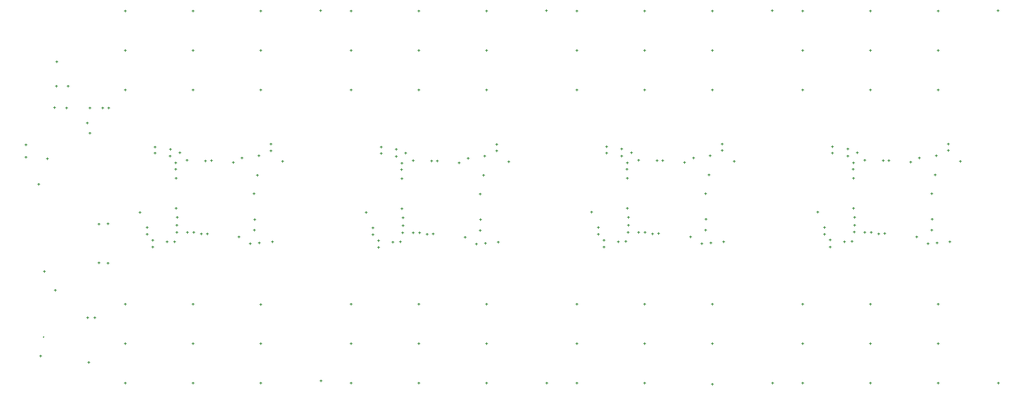
<source format=gko>
G04*
G04 #@! TF.GenerationSoftware,Altium Limited,Altium Designer,18.1.7 (191)*
G04*
G04 Layer_Color=16711935*
%FSLAX25Y25*%
%MOIN*%
G70*
G01*
G75*
%ADD10C,0.00787*%
%ADD16C,0.00500*%
D10*
X52025Y93202D02*
G03*
X52025Y93202I-394J0D01*
G01*
D16*
X102926Y296599D02*
X104926D01*
X103926Y295599D02*
Y297599D01*
X742376Y184619D02*
X744376D01*
X743376Y183619D02*
Y185619D01*
X542076Y184604D02*
X544076D01*
X543076Y183604D02*
Y185604D01*
X343386Y183259D02*
Y185259D01*
X342386Y184259D02*
X344386D01*
X46306Y228669D02*
X48306D01*
X47306Y227669D02*
Y229669D01*
X62356Y337549D02*
X64356D01*
X63356Y336549D02*
Y338549D01*
X124009Y381418D02*
Y383418D01*
X123009Y382418D02*
X125009D01*
X826546Y252185D02*
X828546D01*
X827546Y251185D02*
Y253185D01*
X862583Y249129D02*
X864583D01*
X863583Y248129D02*
Y250129D01*
X795312Y248687D02*
Y250687D01*
X794312Y249687D02*
X796312D01*
X784746Y185273D02*
Y187273D01*
X783746Y186273D02*
X785746D01*
X837246Y220429D02*
X839246D01*
X838246Y219429D02*
Y221429D01*
X824946Y181273D02*
Y183273D01*
X823946Y182273D02*
X825946D01*
X837696Y197720D02*
X839696D01*
X838696Y196720D02*
Y198720D01*
X819746Y247329D02*
Y249329D01*
X818746Y248329D02*
X820746D01*
X800346Y248829D02*
Y250829D01*
X799346Y249829D02*
X801346D01*
X778946Y249129D02*
Y251129D01*
X777946Y250129D02*
X779946D01*
X768146Y234129D02*
X770146D01*
X769146Y233129D02*
Y235129D01*
X768146Y207629D02*
X770146D01*
X769146Y206629D02*
Y208629D01*
X779046Y185229D02*
Y187229D01*
X778046Y186229D02*
X780046D01*
X791346Y183929D02*
Y185929D01*
X790346Y184929D02*
X792346D01*
X747390Y173229D02*
X749390D01*
X748390Y172229D02*
Y174229D01*
X834946Y175273D02*
Y177273D01*
X833946Y176273D02*
X835946D01*
X768846Y186329D02*
X770846D01*
X769846Y185329D02*
Y187329D01*
X768946Y192429D02*
X770946D01*
X769946Y191429D02*
Y193429D01*
X767946Y247829D02*
X769946D01*
X768946Y246829D02*
Y248829D01*
X767846Y242129D02*
X769846D01*
X768846Y241129D02*
Y243129D01*
X747346Y179329D02*
X749346D01*
X748346Y178329D02*
Y180329D01*
X841346Y254229D02*
X843346D01*
X842346Y253229D02*
Y255229D01*
X837446Y188229D02*
X839446D01*
X838446Y187229D02*
Y189229D01*
X842946Y175773D02*
Y177773D01*
X841946Y176773D02*
X843946D01*
X795746Y185029D02*
X797746D01*
X796746Y184029D02*
Y186029D01*
X767746Y177029D02*
Y179029D01*
X766746Y178029D02*
X768746D01*
X769046Y199629D02*
X771046D01*
X770046Y198629D02*
Y200629D01*
X841246Y236029D02*
Y238029D01*
X840246Y237029D02*
X842246D01*
X761146Y176929D02*
Y178929D01*
X760146Y177929D02*
X762146D01*
X763946Y252829D02*
Y254829D01*
X762946Y253829D02*
X764946D01*
X853146Y257729D02*
Y259729D01*
X852146Y258729D02*
X854146D01*
X772528Y255797D02*
Y257797D01*
X771528Y256797D02*
X773528D01*
X854446Y176829D02*
Y178829D01*
X853446Y177829D02*
X855446D01*
X763046Y260029D02*
X765046D01*
X764046Y259029D02*
Y261029D01*
X749546Y262029D02*
X751546D01*
X750546Y261029D02*
Y263029D01*
X852146Y264529D02*
X854146D01*
X853146Y263529D02*
Y265529D01*
X749546Y256529D02*
X751546D01*
X750546Y255529D02*
Y257529D01*
X543076Y189534D02*
Y191534D01*
X542076Y190534D02*
X544076D01*
X536946Y203070D02*
Y205070D01*
X535946Y204070D02*
X537946D01*
X109516Y295569D02*
Y297569D01*
X108516Y296569D02*
X110516D01*
X91877Y296599D02*
X93877D01*
X92877Y295599D02*
Y297599D01*
X89496Y283279D02*
X91496D01*
X90496Y282279D02*
Y284279D01*
X92752Y273319D02*
Y275319D01*
X91752Y274319D02*
X93752D01*
X35898Y251973D02*
Y253973D01*
X34898Y252973D02*
X36898D01*
X124009Y311418D02*
Y313418D01*
X123009Y312418D02*
X125009D01*
X724009Y121418D02*
Y123418D01*
X723009Y122418D02*
X725009D01*
X723009D02*
X725009D01*
X724009Y121418D02*
Y123418D01*
X342386Y190189D02*
X344386D01*
X343386Y189189D02*
Y191189D01*
X347356Y178969D02*
X349356D01*
X348356Y177969D02*
Y179969D01*
X368856Y185969D02*
X370856D01*
X369856Y184969D02*
Y186969D01*
X368956Y192069D02*
X370956D01*
X369956Y191069D02*
Y193069D01*
X368156Y233769D02*
X370156D01*
X369156Y232769D02*
Y234769D01*
X367856Y241769D02*
X369856D01*
X368856Y240769D02*
Y242769D01*
X391356Y183569D02*
Y185569D01*
X390356Y184569D02*
X392356D01*
X453456Y177469D02*
X455456D01*
X454456Y176469D02*
Y178469D01*
X452156Y258369D02*
X454156D01*
X453156Y257369D02*
Y259369D01*
X452156Y264169D02*
X454156D01*
X453156Y263169D02*
Y265169D01*
X347400Y172869D02*
X349400D01*
X348400Y171869D02*
Y173869D01*
X362956Y253469D02*
X364956D01*
X363956Y252469D02*
Y254469D01*
X367756Y176669D02*
Y178669D01*
X366756Y177669D02*
X368756D01*
X368156Y207269D02*
X370156D01*
X369156Y206269D02*
Y208269D01*
X369056Y199269D02*
X371056D01*
X370056Y198269D02*
Y200269D01*
X363056Y259669D02*
X365056D01*
X364056Y258669D02*
Y260669D01*
X384756Y184913D02*
Y186913D01*
X383756Y185913D02*
X385756D01*
X400356Y248469D02*
Y250469D01*
X399356Y249469D02*
X401356D01*
X437456Y187869D02*
X439456D01*
X438456Y186869D02*
Y188869D01*
X437256Y220069D02*
X439256D01*
X438256Y219069D02*
Y221069D01*
X441356Y253869D02*
X443356D01*
X442356Y252869D02*
Y254869D01*
X367956Y247469D02*
X369956D01*
X368956Y246469D02*
Y248469D01*
X336256Y203725D02*
X338256D01*
X337256Y202725D02*
Y204725D01*
X349556Y256169D02*
X351556D01*
X350556Y255169D02*
Y257169D01*
X372538Y255437D02*
Y257437D01*
X371538Y256437D02*
X373538D01*
X396756Y183669D02*
Y185669D01*
X395756Y184669D02*
X397756D01*
X424956Y180913D02*
Y182913D01*
X423956Y181913D02*
X425956D01*
X434956Y174913D02*
Y176913D01*
X433956Y175913D02*
X435956D01*
X442956Y175413D02*
Y177413D01*
X441956Y176413D02*
X443956D01*
X441256Y235669D02*
Y237669D01*
X440256Y236669D02*
X442256D01*
X419756Y246969D02*
Y248969D01*
X418756Y247969D02*
X420756D01*
X427556Y250825D02*
Y252825D01*
X426556Y251825D02*
X428556D01*
X462593Y248769D02*
X464593D01*
X463593Y247769D02*
Y249769D01*
X349556Y261669D02*
X351556D01*
X350556Y260669D02*
Y262669D01*
X379056Y184869D02*
Y186869D01*
X378056Y185869D02*
X380056D01*
X361156Y176569D02*
Y178569D01*
X360156Y177569D02*
X362156D01*
X378956Y248769D02*
Y250769D01*
X377956Y249769D02*
X379956D01*
X395322Y248327D02*
Y250327D01*
X394322Y249327D02*
X396322D01*
X437706Y197360D02*
X439706D01*
X438706Y196360D02*
Y198360D01*
X495985Y382676D02*
X497985D01*
X496985Y381676D02*
Y383676D01*
X324009Y311418D02*
Y313418D01*
X323009Y312418D02*
X325009D01*
X724009Y311418D02*
Y313418D01*
X723009Y312418D02*
X725009D01*
X324009Y346418D02*
Y348418D01*
X323009Y347418D02*
X325009D01*
X524009Y346418D02*
Y348418D01*
X523009Y347418D02*
X525009D01*
X724009Y346418D02*
Y348418D01*
X723009Y347418D02*
X725009D01*
X324009Y381418D02*
Y383418D01*
X323009Y382418D02*
X325009D01*
X524009Y381418D02*
Y383418D01*
X523009Y382418D02*
X525009D01*
X724009Y381418D02*
Y383418D01*
X723009Y382418D02*
X725009D01*
X384009Y311418D02*
Y313418D01*
X383009Y312418D02*
X385009D01*
X584009Y311418D02*
Y313418D01*
X583009Y312418D02*
X585009D01*
X784009Y311418D02*
Y313418D01*
X783009Y312418D02*
X785009D01*
X384009Y346418D02*
Y348418D01*
X383009Y347418D02*
X385009D01*
X584009Y346418D02*
Y348418D01*
X583009Y347418D02*
X585009D01*
X784009Y346418D02*
Y348418D01*
X783009Y347418D02*
X785009D01*
X384009Y381418D02*
Y383418D01*
X383009Y382418D02*
X385009D01*
X584009Y381418D02*
Y383418D01*
X583009Y382418D02*
X585009D01*
X784009Y381418D02*
Y383418D01*
X783009Y382418D02*
X785009D01*
X444009Y311418D02*
Y313418D01*
X443009Y312418D02*
X445009D01*
X644009Y311418D02*
Y313418D01*
X643009Y312418D02*
X645009D01*
X844009Y311418D02*
Y313418D01*
X843009Y312418D02*
X845009D01*
X444009Y346418D02*
Y348418D01*
X443009Y347418D02*
X445009D01*
X644009Y346418D02*
Y348418D01*
X643009Y347418D02*
X645009D01*
X844009Y346418D02*
Y348418D01*
X843009Y347418D02*
X845009D01*
X444009Y381418D02*
Y383418D01*
X443009Y382418D02*
X445009D01*
X644009Y381418D02*
Y383418D01*
X643009Y382418D02*
X645009D01*
X844009Y381418D02*
Y383418D01*
X843009Y382418D02*
X845009D01*
X324009Y121418D02*
Y123418D01*
X323009Y122418D02*
X325009D01*
X524009Y121418D02*
Y123418D01*
X523009Y122418D02*
X525009D01*
X324009Y86418D02*
Y88418D01*
X323009Y87418D02*
X325009D01*
X524009Y86418D02*
Y88418D01*
X523009Y87418D02*
X525009D01*
X724009Y86418D02*
Y88418D01*
X723009Y87418D02*
X725009D01*
X323009Y52418D02*
X325009D01*
X324009Y51418D02*
Y53418D01*
X523009Y52418D02*
X525009D01*
X524009Y51418D02*
Y53418D01*
X723009Y52418D02*
X725009D01*
X724009Y51418D02*
Y53418D01*
X384009Y121418D02*
Y123418D01*
X383009Y122418D02*
X385009D01*
X584009Y121418D02*
Y123418D01*
X583009Y122418D02*
X585009D01*
X784009Y121418D02*
Y123418D01*
X783009Y122418D02*
X785009D01*
X384009Y86418D02*
Y88418D01*
X383009Y87418D02*
X385009D01*
X584009Y86418D02*
Y88418D01*
X583009Y87418D02*
X585009D01*
X784009Y86418D02*
Y88418D01*
X783009Y87418D02*
X785009D01*
X384009Y51418D02*
Y53418D01*
X383009Y52418D02*
X385009D01*
X584009Y51418D02*
Y53418D01*
X583009Y52418D02*
X585009D01*
X784009Y51418D02*
Y53418D01*
X783009Y52418D02*
X785009D01*
X444009Y121418D02*
Y123418D01*
X443009Y122418D02*
X445009D01*
X644009Y121418D02*
Y123418D01*
X643009Y122418D02*
X645009D01*
X844009Y121418D02*
Y123418D01*
X843009Y122418D02*
X845009D01*
X444009Y86418D02*
Y88418D01*
X443009Y87418D02*
X445009D01*
X644009Y86418D02*
Y88418D01*
X643009Y87418D02*
X645009D01*
X844009Y86418D02*
Y88418D01*
X843009Y87418D02*
X845009D01*
X444009Y51418D02*
Y53418D01*
X443009Y52418D02*
X445009D01*
X644009Y50418D02*
Y52418D01*
X643009Y51418D02*
X645009D01*
X844009D02*
Y53418D01*
X843009Y52418D02*
X845009D01*
X524009Y311418D02*
Y313418D01*
X523009Y312418D02*
X525009D01*
X143276Y183519D02*
Y185519D01*
X142276Y184519D02*
X144276D01*
X143276Y189449D02*
Y191449D01*
X142276Y190449D02*
X144276D01*
X137146Y202985D02*
Y204985D01*
X136146Y203985D02*
X138146D01*
X123009Y87418D02*
X125009D01*
X124009Y86418D02*
Y88418D01*
X123009Y122418D02*
X125009D01*
X124009Y121418D02*
Y123418D01*
X123009Y52418D02*
X125009D01*
X124009Y51418D02*
Y53418D01*
X183009Y122418D02*
X185009D01*
X184009Y121418D02*
Y123418D01*
X183009Y87418D02*
X185009D01*
X184009Y86418D02*
Y88418D01*
X183009Y52418D02*
X185009D01*
X184009Y51418D02*
Y53418D01*
X243126Y122059D02*
X245126D01*
X244126Y121059D02*
Y123059D01*
X243009Y87418D02*
X245009D01*
X244009Y86418D02*
Y88418D01*
X243009Y52418D02*
X245009D01*
X244009Y51418D02*
Y53418D01*
X123009Y122418D02*
X125009D01*
X124009Y121418D02*
Y123418D01*
X297267Y53442D02*
Y55442D01*
X296267Y54442D02*
X298267D01*
X243009Y52418D02*
X245009D01*
X244009Y51418D02*
Y53418D01*
X243009Y87418D02*
X245009D01*
X244009Y86418D02*
Y88418D01*
X243126Y122059D02*
X245126D01*
X244126Y121059D02*
Y123059D01*
X183009Y52418D02*
X185009D01*
X184009Y51418D02*
Y53418D01*
X183009Y87418D02*
X185009D01*
X184009Y86418D02*
Y88418D01*
X183009Y122418D02*
X185009D01*
X184009Y121418D02*
Y123418D01*
X123009Y52418D02*
X125009D01*
X124009Y51418D02*
Y53418D01*
X123009Y87418D02*
X125009D01*
X124009Y86418D02*
Y88418D01*
X184009Y381418D02*
Y383418D01*
X183009Y382418D02*
X185009D01*
X123009Y312418D02*
X125009D01*
X124009Y311418D02*
Y313418D01*
X243009Y312418D02*
X245009D01*
X244009Y311418D02*
Y313418D01*
X123009Y382418D02*
X125009D01*
X124009Y381418D02*
Y383418D01*
X243009Y382418D02*
X245009D01*
X244009Y381418D02*
Y383418D01*
X123009Y347418D02*
X125009D01*
X124009Y346418D02*
Y348418D01*
X243009Y347418D02*
X245009D01*
X244009Y346418D02*
Y348418D01*
X183009Y312418D02*
X185009D01*
X184009Y311418D02*
Y313418D01*
X183009Y382418D02*
X185009D01*
X184009Y381418D02*
Y383418D01*
X183009Y347418D02*
X185009D01*
X184009Y346418D02*
Y348418D01*
X243009Y312418D02*
X245009D01*
X244009Y311418D02*
Y313418D01*
X243009Y382418D02*
X245009D01*
X244009Y381418D02*
Y383418D01*
X123009Y347418D02*
X125009D01*
X124009Y346418D02*
Y348418D01*
X243009Y347418D02*
X245009D01*
X244009Y346418D02*
Y348418D01*
X183009Y312418D02*
X185009D01*
X184009Y311418D02*
Y313418D01*
X296985Y381676D02*
Y383676D01*
X295985Y382676D02*
X297985D01*
X183009Y347418D02*
X185009D01*
X184009Y346418D02*
Y348418D01*
X723009Y312418D02*
X725009D01*
X724009Y311418D02*
Y313418D01*
X523009Y312418D02*
X525009D01*
X524009Y311418D02*
Y313418D01*
X323009Y312418D02*
X325009D01*
X324009Y311418D02*
Y313418D01*
X897267Y51442D02*
Y53442D01*
X896267Y52442D02*
X898267D01*
X697267Y51442D02*
Y53442D01*
X696267Y52442D02*
X698267D01*
X497267Y51442D02*
Y53442D01*
X496267Y52442D02*
X498267D01*
X843009Y52418D02*
X845009D01*
X844009Y51418D02*
Y53418D01*
X643009Y51418D02*
X645009D01*
X644009Y50418D02*
Y52418D01*
X443009D02*
X445009D01*
X444009Y51418D02*
Y53418D01*
X843009Y87418D02*
X845009D01*
X844009Y86418D02*
Y88418D01*
X643009Y87418D02*
X645009D01*
X644009Y86418D02*
Y88418D01*
X443009Y87418D02*
X445009D01*
X444009Y86418D02*
Y88418D01*
X843009Y122418D02*
X845009D01*
X844009Y121418D02*
Y123418D01*
X643009Y122418D02*
X645009D01*
X644009Y121418D02*
Y123418D01*
X443009Y122418D02*
X445009D01*
X444009Y121418D02*
Y123418D01*
X783009Y52418D02*
X785009D01*
X784009Y51418D02*
Y53418D01*
X583009Y52418D02*
X585009D01*
X584009Y51418D02*
Y53418D01*
X383009Y52418D02*
X385009D01*
X384009Y51418D02*
Y53418D01*
X783009Y87418D02*
X785009D01*
X784009Y86418D02*
Y88418D01*
X583009Y87418D02*
X585009D01*
X584009Y86418D02*
Y88418D01*
X383009Y87418D02*
X385009D01*
X384009Y86418D02*
Y88418D01*
X783009Y122418D02*
X785009D01*
X784009Y121418D02*
Y123418D01*
X583009Y122418D02*
X585009D01*
X584009Y121418D02*
Y123418D01*
X383009Y122418D02*
X385009D01*
X384009Y121418D02*
Y123418D01*
X723009Y52418D02*
X725009D01*
X724009Y51418D02*
Y53418D01*
X523009Y52418D02*
X525009D01*
X524009Y51418D02*
Y53418D01*
X323009Y52418D02*
X325009D01*
X324009Y51418D02*
Y53418D01*
X723009Y87418D02*
X725009D01*
X724009Y86418D02*
Y88418D01*
X523009Y87418D02*
X525009D01*
X524009Y86418D02*
Y88418D01*
X323009Y87418D02*
X325009D01*
X324009Y86418D02*
Y88418D01*
X523009Y122418D02*
X525009D01*
X524009Y121418D02*
Y123418D01*
X323009Y122418D02*
X325009D01*
X324009Y121418D02*
Y123418D01*
X896985Y381676D02*
Y383676D01*
X895985Y382676D02*
X897985D01*
X696985Y381676D02*
Y383676D01*
X695985Y382676D02*
X697985D01*
X843009Y382418D02*
X845009D01*
X844009Y381418D02*
Y383418D01*
X643009Y382418D02*
X645009D01*
X644009Y381418D02*
Y383418D01*
X443009Y382418D02*
X445009D01*
X444009Y381418D02*
Y383418D01*
X843009Y347418D02*
X845009D01*
X844009Y346418D02*
Y348418D01*
X643009Y347418D02*
X645009D01*
X644009Y346418D02*
Y348418D01*
X443009Y347418D02*
X445009D01*
X444009Y346418D02*
Y348418D01*
X843009Y312418D02*
X845009D01*
X844009Y311418D02*
Y313418D01*
X643009Y312418D02*
X645009D01*
X644009Y311418D02*
Y313418D01*
X443009Y312418D02*
X445009D01*
X444009Y311418D02*
Y313418D01*
X783009Y382418D02*
X785009D01*
X784009Y381418D02*
Y383418D01*
X583009Y382418D02*
X585009D01*
X584009Y381418D02*
Y383418D01*
X383009Y382418D02*
X385009D01*
X384009Y381418D02*
Y383418D01*
X783009Y347418D02*
X785009D01*
X784009Y346418D02*
Y348418D01*
X583009Y347418D02*
X585009D01*
X584009Y346418D02*
Y348418D01*
X383009Y347418D02*
X385009D01*
X384009Y346418D02*
Y348418D01*
X783009Y312418D02*
X785009D01*
X784009Y311418D02*
Y313418D01*
X583009Y312418D02*
X585009D01*
X584009Y311418D02*
Y313418D01*
X383009Y312418D02*
X385009D01*
X384009Y311418D02*
Y313418D01*
X723009Y382418D02*
X725009D01*
X724009Y381418D02*
Y383418D01*
X523009Y382418D02*
X525009D01*
X524009Y381418D02*
Y383418D01*
X323009Y382418D02*
X325009D01*
X324009Y381418D02*
Y383418D01*
X723009Y347418D02*
X725009D01*
X724009Y346418D02*
Y348418D01*
X523009Y347418D02*
X525009D01*
X524009Y346418D02*
Y348418D01*
X323009Y347418D02*
X325009D01*
X324009Y346418D02*
Y348418D01*
X100836Y158093D02*
Y160093D01*
X99836Y159093D02*
X101836D01*
X100846Y192625D02*
Y194625D01*
X99846Y193625D02*
X101846D01*
X108806Y157849D02*
Y159849D01*
X107806Y158849D02*
X109806D01*
X108706Y192839D02*
Y194839D01*
X107706Y193839D02*
X109706D01*
X262483Y249029D02*
X264483D01*
X263483Y248029D02*
Y250029D01*
X195212Y248587D02*
Y250587D01*
X194212Y249587D02*
X196212D01*
X184646Y185173D02*
Y187173D01*
X183646Y186173D02*
X185646D01*
X237146Y220329D02*
X239146D01*
X238146Y219329D02*
Y221329D01*
X224846Y181173D02*
Y183173D01*
X223846Y182173D02*
X225846D01*
X237596Y197620D02*
X239596D01*
X238596Y196620D02*
Y198620D01*
X219646Y247229D02*
Y249229D01*
X218646Y248229D02*
X220646D01*
X200246Y248729D02*
Y250729D01*
X199246Y249729D02*
X201246D01*
X178846Y249029D02*
Y251029D01*
X177846Y250029D02*
X179846D01*
X168046Y234029D02*
X170046D01*
X169046Y233029D02*
Y235029D01*
X168046Y207529D02*
X170046D01*
X169046Y206529D02*
Y208529D01*
X178946Y185129D02*
Y187129D01*
X177946Y186129D02*
X179946D01*
X191246Y183829D02*
Y185829D01*
X190246Y184829D02*
X192246D01*
X147290Y173129D02*
X149290D01*
X148290Y172129D02*
Y174129D01*
X234846Y175173D02*
Y177173D01*
X233846Y176173D02*
X235846D01*
X168746Y186229D02*
X170746D01*
X169746Y185229D02*
Y187229D01*
X168846Y192329D02*
X170846D01*
X169846Y191329D02*
Y193329D01*
X167846Y247729D02*
X169846D01*
X168846Y246729D02*
Y248729D01*
X167746Y242029D02*
X169746D01*
X168746Y241029D02*
Y243029D01*
X147246Y179229D02*
X149246D01*
X148246Y178229D02*
Y180229D01*
X241246Y254129D02*
X243246D01*
X242246Y253129D02*
Y255129D01*
X237346Y188129D02*
X239346D01*
X238346Y187129D02*
Y189129D01*
X242846Y175673D02*
Y177673D01*
X241846Y176673D02*
X243846D01*
X196646Y183929D02*
Y185929D01*
X195646Y184929D02*
X197646D01*
X167646Y176929D02*
Y178929D01*
X166646Y177929D02*
X168646D01*
X168946Y199529D02*
X170946D01*
X169946Y198529D02*
Y200529D01*
X241146Y235929D02*
Y237929D01*
X240146Y236929D02*
X242146D01*
X161046Y176829D02*
Y178829D01*
X160046Y177829D02*
X162046D01*
X162846Y253729D02*
X164846D01*
X163846Y252729D02*
Y254729D01*
X252046Y258629D02*
X254046D01*
X253046Y257629D02*
Y259629D01*
X172428Y255697D02*
Y257697D01*
X171428Y256697D02*
X173428D01*
X253346Y177729D02*
X255346D01*
X254346Y176729D02*
Y178729D01*
X162946Y259929D02*
X164946D01*
X163946Y258929D02*
Y260929D01*
X149446Y261929D02*
X151446D01*
X150446Y260929D02*
Y262929D01*
X252046Y264429D02*
X254046D01*
X253046Y263429D02*
Y265429D01*
X227446Y251085D02*
Y253085D01*
X226446Y252085D02*
X228446D01*
X149446Y256429D02*
X151446D01*
X150446Y255429D02*
Y257429D01*
X663283Y248114D02*
Y250114D01*
X662283Y249114D02*
X664283D01*
X594012Y249672D02*
X596012D01*
X595012Y248672D02*
Y250672D01*
X583446Y186258D02*
X585446D01*
X584446Y185258D02*
Y187258D01*
X637946Y219414D02*
Y221414D01*
X636946Y220414D02*
X638946D01*
X623646Y182258D02*
X625646D01*
X624646Y181258D02*
Y183258D01*
X638396Y196705D02*
Y198705D01*
X637396Y197705D02*
X639396D01*
X618446Y248314D02*
X620446D01*
X619446Y247314D02*
Y249314D01*
X599046Y249814D02*
X601046D01*
X600046Y248814D02*
Y250814D01*
X577646Y250114D02*
X579646D01*
X578646Y249114D02*
Y251114D01*
X568846Y233114D02*
Y235114D01*
X567846Y234114D02*
X569846D01*
X568846Y206614D02*
Y208614D01*
X567846Y207614D02*
X569846D01*
X577746Y186214D02*
X579746D01*
X578746Y185214D02*
Y187214D01*
X590046Y184914D02*
X592046D01*
X591046Y183914D02*
Y185914D01*
X548090Y172214D02*
Y174214D01*
X547090Y173214D02*
X549090D01*
X633646Y176258D02*
X635646D01*
X634646Y175258D02*
Y177258D01*
X569546Y185314D02*
Y187314D01*
X568546Y186314D02*
X570546D01*
X569646Y191414D02*
Y193414D01*
X568646Y192414D02*
X570646D01*
X568646Y246814D02*
Y248814D01*
X567646Y247814D02*
X569646D01*
X568546Y241114D02*
Y243114D01*
X567546Y242114D02*
X569546D01*
X548046Y178314D02*
Y180314D01*
X547046Y179314D02*
X549046D01*
X642046Y253214D02*
Y255214D01*
X641046Y254214D02*
X643046D01*
X638146Y187214D02*
Y189214D01*
X637146Y188214D02*
X639146D01*
X641646Y176758D02*
X643646D01*
X642646Y175758D02*
Y177758D01*
X595446Y185014D02*
X597446D01*
X596446Y184014D02*
Y186014D01*
X566446Y178014D02*
X568446D01*
X567446Y177014D02*
Y179014D01*
X569746Y198614D02*
Y200614D01*
X568746Y199614D02*
X570746D01*
X639946Y237014D02*
X641946D01*
X640946Y236014D02*
Y238014D01*
X559846Y177914D02*
X561846D01*
X560846Y176914D02*
Y178914D01*
X563646Y252814D02*
Y254814D01*
X562646Y253814D02*
X564646D01*
X652846Y257714D02*
Y259714D01*
X651846Y258714D02*
X653846D01*
X571228Y256782D02*
X573228D01*
X572228Y255782D02*
Y257782D01*
X654146Y176814D02*
Y178814D01*
X653146Y177814D02*
X655146D01*
X563746Y259014D02*
Y261014D01*
X562746Y260014D02*
X564746D01*
X550246Y261014D02*
Y263014D01*
X549246Y262014D02*
X551246D01*
X652846Y263514D02*
Y265514D01*
X651846Y264514D02*
X653846D01*
X626246Y252170D02*
X628246D01*
X627246Y251170D02*
Y253170D01*
X550246Y255514D02*
Y257514D01*
X549246Y256514D02*
X551246D01*
X742376Y190549D02*
X744376D01*
X743376Y189549D02*
Y191549D01*
X36160Y262889D02*
Y264889D01*
X35160Y263889D02*
X37160D01*
X63126Y314709D02*
Y316709D01*
X62126Y315709D02*
X64126D01*
X73366Y314709D02*
Y316709D01*
X72366Y315709D02*
X74366D01*
X55116Y250499D02*
Y252499D01*
X54116Y251499D02*
X56116D01*
X51350Y151549D02*
X53350D01*
X52350Y150549D02*
Y152549D01*
X47976Y76499D02*
X49976D01*
X48976Y75499D02*
Y77499D01*
X62132Y133699D02*
Y135699D01*
X61132Y134699D02*
X63132D01*
X91576Y69699D02*
Y71699D01*
X90576Y70699D02*
X92576D01*
X95976Y110399D02*
X97976D01*
X96976Y109399D02*
Y111399D01*
X89698Y110399D02*
X91698D01*
X90698Y109399D02*
Y111399D01*
X736246Y204085D02*
X738246D01*
X737246Y203085D02*
Y205085D01*
X61246Y295669D02*
Y297669D01*
X60246Y296669D02*
X62246D01*
X71952Y295489D02*
Y297489D01*
X70952Y296489D02*
X72952D01*
M02*

</source>
